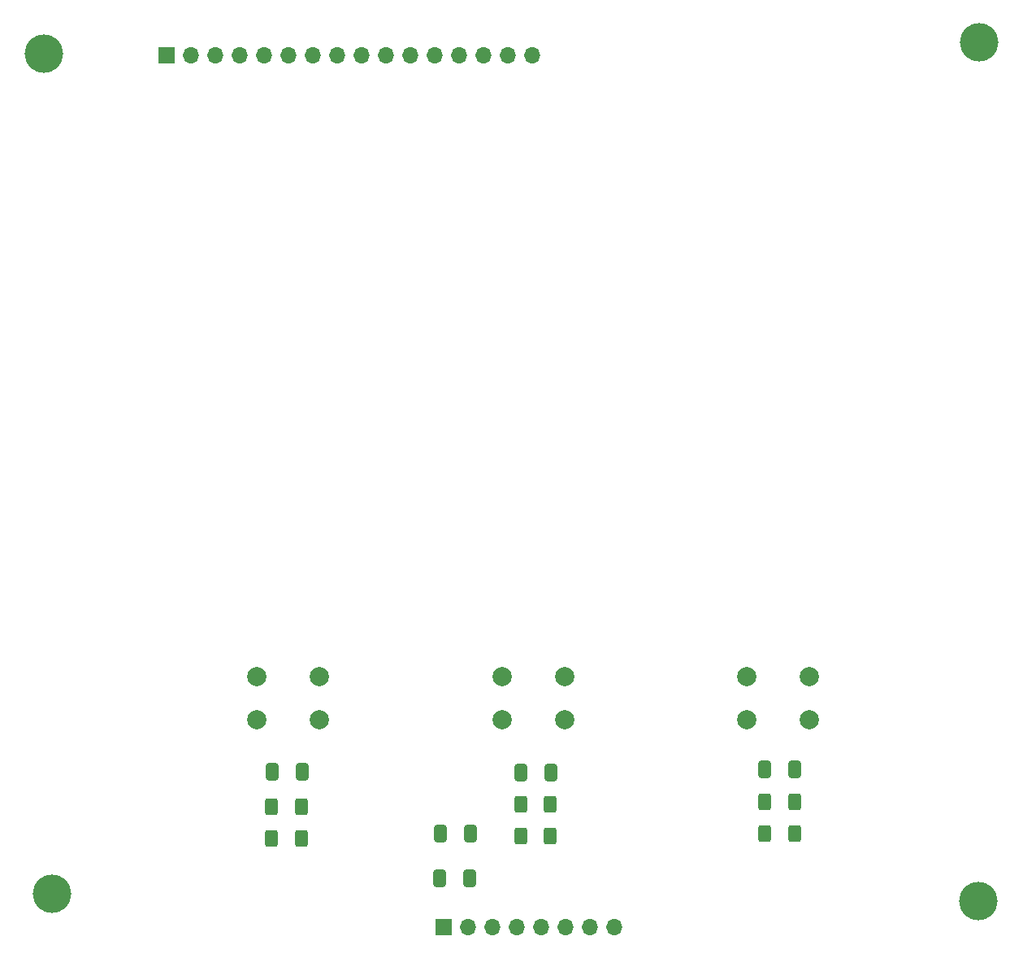
<source format=gbr>
%TF.GenerationSoftware,KiCad,Pcbnew,7.0.10*%
%TF.CreationDate,2024-03-05T14:46:03-05:00*%
%TF.ProjectId,User_Interface,55736572-5f49-46e7-9465-72666163652e,rev?*%
%TF.SameCoordinates,Original*%
%TF.FileFunction,Soldermask,Bot*%
%TF.FilePolarity,Negative*%
%FSLAX46Y46*%
G04 Gerber Fmt 4.6, Leading zero omitted, Abs format (unit mm)*
G04 Created by KiCad (PCBNEW 7.0.10) date 2024-03-05 14:46:03*
%MOMM*%
%LPD*%
G01*
G04 APERTURE LIST*
G04 Aperture macros list*
%AMRoundRect*
0 Rectangle with rounded corners*
0 $1 Rounding radius*
0 $2 $3 $4 $5 $6 $7 $8 $9 X,Y pos of 4 corners*
0 Add a 4 corners polygon primitive as box body*
4,1,4,$2,$3,$4,$5,$6,$7,$8,$9,$2,$3,0*
0 Add four circle primitives for the rounded corners*
1,1,$1+$1,$2,$3*
1,1,$1+$1,$4,$5*
1,1,$1+$1,$6,$7*
1,1,$1+$1,$8,$9*
0 Add four rect primitives between the rounded corners*
20,1,$1+$1,$2,$3,$4,$5,0*
20,1,$1+$1,$4,$5,$6,$7,0*
20,1,$1+$1,$6,$7,$8,$9,0*
20,1,$1+$1,$8,$9,$2,$3,0*%
G04 Aperture macros list end*
%ADD10C,4.000000*%
%ADD11C,2.000000*%
%ADD12R,1.700000X1.700000*%
%ADD13O,1.700000X1.700000*%
%ADD14RoundRect,0.250000X0.400000X0.625000X-0.400000X0.625000X-0.400000X-0.625000X0.400000X-0.625000X0*%
%ADD15RoundRect,0.250000X0.412500X0.650000X-0.412500X0.650000X-0.412500X-0.650000X0.412500X-0.650000X0*%
%ADD16RoundRect,0.250000X-0.412500X-0.650000X0.412500X-0.650000X0.412500X0.650000X-0.412500X0.650000X0*%
G04 APERTURE END LIST*
D10*
%TO.C,H4*%
X192400000Y-141600000D03*
%TD*%
D11*
%TO.C,STOP1*%
X142775000Y-118281802D03*
X149275000Y-118281802D03*
X142775000Y-122781802D03*
X149275000Y-122781802D03*
%TD*%
D10*
%TO.C,H3*%
X95900000Y-140900000D03*
%TD*%
D12*
%TO.C,OLED1*%
X107800000Y-53600000D03*
D13*
X110340000Y-53600000D03*
X112880000Y-53600000D03*
X115420000Y-53600000D03*
X117960000Y-53600000D03*
X120500000Y-53600000D03*
X123040000Y-53600000D03*
X125580000Y-53600000D03*
X128120000Y-53600000D03*
X130660000Y-53600000D03*
X133200000Y-53600000D03*
X135740000Y-53600000D03*
X138280000Y-53600000D03*
X140820000Y-53600000D03*
X143360000Y-53600000D03*
X145900000Y-53600000D03*
%TD*%
D12*
%TO.C,MAIN_CONTROL1*%
X136675000Y-144335000D03*
D13*
X139215000Y-144335000D03*
X141755000Y-144335000D03*
X144295000Y-144335000D03*
X146835000Y-144335000D03*
X149375000Y-144335000D03*
X151915000Y-144335000D03*
X154455000Y-144335000D03*
%TD*%
D10*
%TO.C,H2*%
X192500000Y-52200000D03*
%TD*%
D11*
%TO.C,RESET1*%
X168300000Y-118281802D03*
X174800000Y-118281802D03*
X168300000Y-122781802D03*
X174800000Y-122781802D03*
%TD*%
%TO.C,START1*%
X117250000Y-118281802D03*
X123750000Y-118281802D03*
X117250000Y-122781802D03*
X123750000Y-122781802D03*
%TD*%
D10*
%TO.C,H1*%
X95000000Y-53400000D03*
%TD*%
D14*
%TO.C,R1*%
X121870000Y-131841802D03*
X118770000Y-131841802D03*
%TD*%
D15*
%TO.C,C1*%
X121932500Y-128131802D03*
X118807500Y-128131802D03*
%TD*%
%TO.C,C2*%
X147882500Y-128231802D03*
X144757500Y-128231802D03*
%TD*%
D14*
%TO.C,R5*%
X173250000Y-131331802D03*
X170150000Y-131331802D03*
%TD*%
D15*
%TO.C,C3*%
X173275000Y-127931802D03*
X170150000Y-127931802D03*
%TD*%
D16*
%TO.C,C5*%
X136335000Y-134610000D03*
X139460000Y-134610000D03*
%TD*%
D14*
%TO.C,R3*%
X147820000Y-131541802D03*
X144720000Y-131541802D03*
%TD*%
%TO.C,R6*%
X173250000Y-134621802D03*
X170150000Y-134621802D03*
%TD*%
%TO.C,R2*%
X121870000Y-135131802D03*
X118770000Y-135131802D03*
%TD*%
%TO.C,R4*%
X147820000Y-134831802D03*
X144720000Y-134831802D03*
%TD*%
D16*
%TO.C,C4*%
X136297500Y-139290000D03*
X139422500Y-139290000D03*
%TD*%
M02*

</source>
